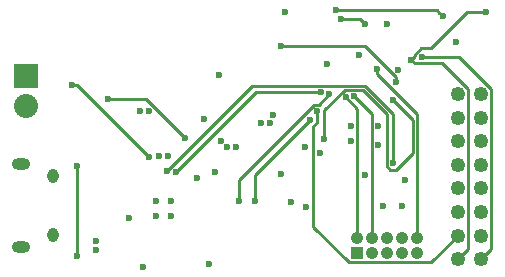
<source format=gbr>
G04 #@! TF.FileFunction,Copper,L4,Bot,Signal*
%FSLAX46Y46*%
G04 Gerber Fmt 4.6, Leading zero omitted, Abs format (unit mm)*
G04 Created by KiCad (PCBNEW 0.201512021501+6340~38~ubuntu15.10.1-stable) date Sun 06 Dec 2015 12:21:56 AM EST*
%MOMM*%
G01*
G04 APERTURE LIST*
%ADD10C,0.100000*%
%ADD11C,1.250000*%
%ADD12R,1.050000X1.050000*%
%ADD13C,1.050000*%
%ADD14R,2.032000X2.032000*%
%ADD15O,2.032000X2.032000*%
%ADD16O,0.950000X1.250000*%
%ADD17O,1.550000X1.000000*%
%ADD18C,0.600000*%
%ADD19C,0.250000*%
G04 APERTURE END LIST*
D10*
D11*
X167354000Y-110108000D03*
X165354000Y-110108000D03*
X167354000Y-108108000D03*
X165354000Y-108108000D03*
X167354000Y-106108000D03*
X165354000Y-106108000D03*
X167354000Y-104108000D03*
X165354000Y-104108000D03*
X167354000Y-102108000D03*
X165354000Y-102108000D03*
X167354000Y-100108000D03*
X165354000Y-100108000D03*
X167354000Y-98108000D03*
X165354000Y-98108000D03*
X167354000Y-96108000D03*
X165354000Y-96108000D03*
D12*
X156845000Y-109601000D03*
D13*
X158115000Y-109601000D03*
X159385000Y-109601000D03*
X160655000Y-109601000D03*
X161925000Y-109601000D03*
X158115000Y-108331000D03*
X159385000Y-108331000D03*
X160655000Y-108331000D03*
X161925000Y-108331000D03*
X156845000Y-108331000D03*
D14*
X128778000Y-94615000D03*
D15*
X128778000Y-97155000D03*
D16*
X131102540Y-103036100D03*
X131102540Y-108036100D03*
D17*
X128402540Y-102036100D03*
X128402540Y-109036100D03*
D18*
X134747000Y-108585000D03*
X134747000Y-109347000D03*
X133096000Y-102235000D03*
X133096000Y-109855000D03*
X165227000Y-91694000D03*
X160655000Y-105579000D03*
X159004000Y-105579000D03*
X156319990Y-100058990D03*
X158640010Y-100460904D03*
X158640010Y-98832500D03*
X156319990Y-98832500D03*
X150368000Y-102870000D03*
X151257000Y-105283000D03*
X138684000Y-110744000D03*
X150749000Y-89154000D03*
X154305000Y-93599000D03*
X156972000Y-92837000D03*
X159385000Y-90212000D03*
X143891000Y-98186010D03*
X146558000Y-100584000D03*
X145796000Y-100584000D03*
X145288000Y-100076000D03*
X145161000Y-94478000D03*
X138430000Y-97536000D03*
X139192000Y-97536000D03*
X140081000Y-101346000D03*
X140843000Y-101346000D03*
X141112000Y-106441000D03*
X139812000Y-106441000D03*
X139812000Y-105141000D03*
X141112000Y-105141000D03*
X143256000Y-103251000D03*
X148717000Y-98552000D03*
X149479000Y-98552000D03*
X149733000Y-97917000D03*
X144780000Y-102743000D03*
X160316000Y-94107000D03*
X157480000Y-102997000D03*
X144272000Y-110490000D03*
X137541000Y-106566010D03*
X157480000Y-90170000D03*
X155448000Y-89789000D03*
X164084000Y-89535000D03*
X155067000Y-89027000D03*
X150368000Y-92075000D03*
X160147000Y-95123000D03*
X159893000Y-96647000D03*
X154051000Y-99949000D03*
X167767000Y-89154000D03*
X161417000Y-93218000D03*
X146812000Y-105156000D03*
X154457459Y-96147940D03*
X148209000Y-105156000D03*
X152884257Y-98298000D03*
X155904592Y-96403281D03*
X156591000Y-96266000D03*
X158496000Y-93980000D03*
X162306000Y-92964000D03*
X153797000Y-95915999D03*
X141478000Y-102743000D03*
X140716000Y-102616000D03*
X159893000Y-101981000D03*
X153409267Y-97542733D03*
X153670000Y-101109010D03*
X152527000Y-105664000D03*
X132715000Y-95377000D03*
X139192000Y-101473000D03*
X142240000Y-99822000D03*
X135763000Y-96520000D03*
X160909000Y-103378000D03*
X152400000Y-100584000D03*
D19*
X133096000Y-109855000D02*
X133096000Y-102235000D01*
X155448000Y-89789000D02*
X157099000Y-89789000D01*
X157099000Y-89789000D02*
X157480000Y-90170000D01*
X163785761Y-89236761D02*
X164084000Y-89535000D01*
X155067000Y-89027000D02*
X163576000Y-89027000D01*
X163576000Y-89027000D02*
X163785761Y-89236761D01*
X160147000Y-95123000D02*
X160147000Y-94698736D01*
X160147000Y-94698736D02*
X157523264Y-92075000D01*
X157523264Y-92075000D02*
X150368000Y-92075000D01*
X160020000Y-96774000D02*
X159893000Y-96647000D01*
X161574990Y-98328990D02*
X160020000Y-96774000D01*
X154051000Y-99949000D02*
X154051000Y-97479871D01*
X154051000Y-97479871D02*
X155789872Y-95740999D01*
X161574990Y-101076012D02*
X161574990Y-98328990D01*
X155789872Y-95740999D02*
X157335003Y-95740999D01*
X157335003Y-95740999D02*
X159367999Y-97773995D01*
X159367999Y-97773995D02*
X159367999Y-102233001D01*
X159367999Y-102233001D02*
X159640999Y-102506001D01*
X159640999Y-102506001D02*
X160145001Y-102506001D01*
X160145001Y-102506001D02*
X161574990Y-101076012D01*
X163068000Y-92202000D02*
X166116000Y-89154000D01*
X166116000Y-89154000D02*
X167767000Y-89154000D01*
X162290998Y-92202000D02*
X163068000Y-92202000D01*
X161417000Y-93218000D02*
X161716999Y-92918001D01*
X161716999Y-92918001D02*
X161716999Y-92775999D01*
X161716999Y-92775999D02*
X162290998Y-92202000D01*
X166204001Y-109257999D02*
X166204001Y-95699999D01*
X166204001Y-95699999D02*
X164022001Y-93517999D01*
X164022001Y-93517999D02*
X161716999Y-93517999D01*
X161716999Y-93517999D02*
X161417000Y-93218000D01*
X165354000Y-110108000D02*
X166204001Y-109257999D01*
X154457459Y-96147940D02*
X153587667Y-97017732D01*
X153587667Y-97017732D02*
X153157266Y-97017732D01*
X153157266Y-97017732D02*
X146812000Y-103362998D01*
X146812000Y-103362998D02*
X146812000Y-105156000D01*
X152884257Y-98298000D02*
X148209000Y-102973257D01*
X148209000Y-102973257D02*
X148209000Y-105156000D01*
X156845000Y-108331000D02*
X156845000Y-97343689D01*
X156845000Y-97343689D02*
X155904592Y-96403281D01*
X156591000Y-96266000D02*
X158115000Y-97790000D01*
X158115000Y-97790000D02*
X158115000Y-108331000D01*
X161925000Y-97833264D02*
X161925000Y-100088000D01*
X158496000Y-93980000D02*
X158496000Y-94404264D01*
X158496000Y-94404264D02*
X161925000Y-97833264D01*
X161925000Y-108331000D02*
X161925000Y-100088000D01*
X168204001Y-95699999D02*
X165468002Y-92964000D01*
X165468002Y-92964000D02*
X162306000Y-92964000D01*
X167354000Y-110108000D02*
X168204001Y-109257999D01*
X168204001Y-109257999D02*
X168204001Y-95699999D01*
X153797000Y-95915999D02*
X148305001Y-95915999D01*
X148305001Y-95915999D02*
X141478000Y-102743000D01*
X159893000Y-101981000D02*
X159893000Y-97804008D01*
X159893000Y-97804008D02*
X157479981Y-95390989D01*
X157479981Y-95390989D02*
X147941011Y-95390989D01*
X147941011Y-95390989D02*
X140716000Y-102616000D01*
X165354000Y-108108000D02*
X163110999Y-110351001D01*
X163110999Y-110351001D02*
X156139999Y-110351001D01*
X153136258Y-107347260D02*
X153136258Y-98823001D01*
X156139999Y-110351001D02*
X153136258Y-107347260D01*
X153136258Y-98823001D02*
X153409267Y-98549992D01*
X153409267Y-98549992D02*
X153409267Y-97966997D01*
X153409267Y-97966997D02*
X153409267Y-97542733D01*
X139192000Y-101473000D02*
X133096000Y-95377000D01*
X133096000Y-95377000D02*
X132715000Y-95377000D01*
X135763000Y-96520000D02*
X138938000Y-96520000D01*
X138938000Y-96520000D02*
X142240000Y-99822000D01*
M02*

</source>
